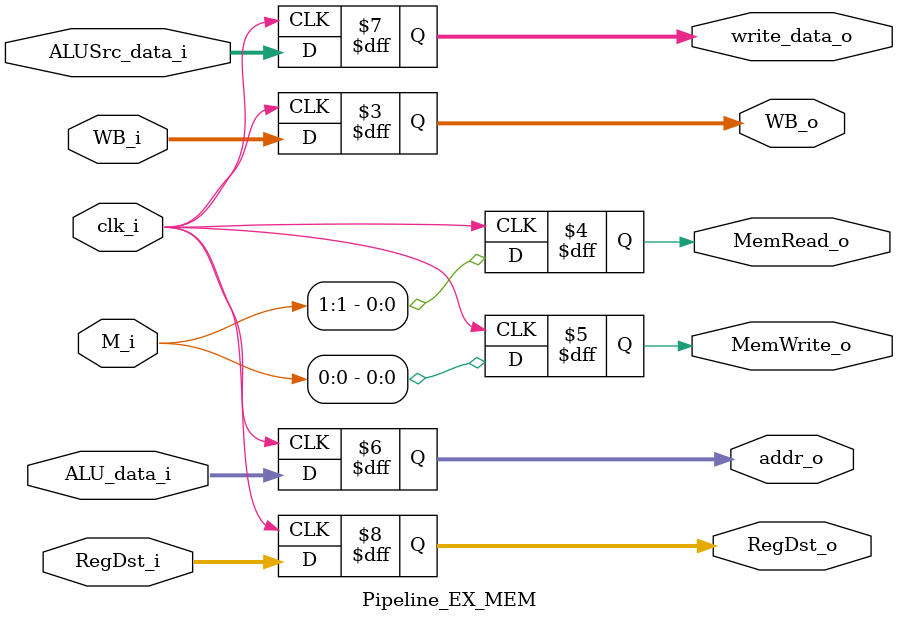
<source format=v>
module Pipeline_EX_MEM(
    clk_i,
    WB_i,
    M_i,
    ALU_data_i,
    ALUSrc_data_i,
    RegDst_i,

    WB_o,
    MemRead_o,
    MemWrite_o,
    addr_o,
    write_data_o,
    RegDst_o
);
input           clk_i;
input[1:0]      WB_i, M_i;
input[31:0]     ALU_data_i;
input[31:0]     ALUSrc_data_i;
input[4:0]      RegDst_i;

output reg[1:0]   WB_o;
output reg        MemRead_o, MemWrite_o;
output reg[31:0]  addr_o, write_data_o;
output reg[4:0]   RegDst_o;
initial begin 
  WB_o = 0;
  MemRead_o = 0;
  MemWrite_o = 0;
  addr_o = 0;
  write_data_o = 0;
  RegDst_o = 0;
end
always @(posedge clk_i) begin
  WB_o <= WB_i;
  MemRead_o <= M_i[1];
  MemWrite_o <= M_i[0];
  addr_o <= ALU_data_i;
  write_data_o <= ALUSrc_data_i;
  RegDst_o <= RegDst_i;
end 
endmodule

</source>
